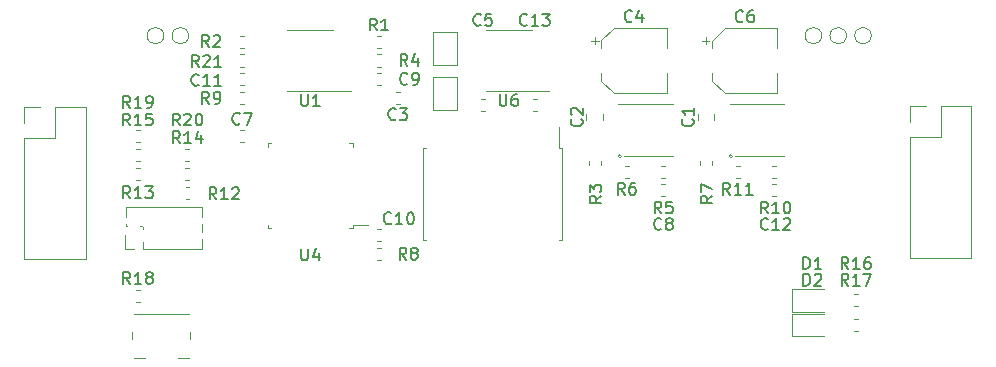
<source format=gbr>
G04 #@! TF.GenerationSoftware,KiCad,Pcbnew,5.1.5+dfsg1-2build2*
G04 #@! TF.CreationDate,2020-10-19T23:11:39-07:00*
G04 #@! TF.ProjectId,evc_seriously,6576635f-7365-4726-996f-75736c792e6b,rev?*
G04 #@! TF.SameCoordinates,Original*
G04 #@! TF.FileFunction,Legend,Top*
G04 #@! TF.FilePolarity,Positive*
%FSLAX46Y46*%
G04 Gerber Fmt 4.6, Leading zero omitted, Abs format (unit mm)*
G04 Created by KiCad (PCBNEW 5.1.5+dfsg1-2build2) date 2020-10-19 23:11:39*
%MOMM*%
%LPD*%
G04 APERTURE LIST*
%ADD10C,0.120000*%
%ADD11C,0.150000*%
G04 APERTURE END LIST*
D10*
X174115000Y-116000000D02*
X174115000Y-119860000D01*
X174115000Y-119860000D02*
X174360000Y-119860000D01*
X174115000Y-116000000D02*
X174115000Y-112140000D01*
X174115000Y-112140000D02*
X174360000Y-112140000D01*
X185885000Y-116000000D02*
X185885000Y-119860000D01*
X185885000Y-119860000D02*
X185640000Y-119860000D01*
X185885000Y-116000000D02*
X185885000Y-112140000D01*
X185885000Y-112140000D02*
X185640000Y-112140000D01*
X185640000Y-112140000D02*
X185640000Y-110325000D01*
X171849721Y-107390000D02*
X172175279Y-107390000D01*
X171849721Y-108410000D02*
X172175279Y-108410000D01*
X194768000Y-107460000D02*
X194768000Y-105760000D01*
X194768000Y-101940000D02*
X194768000Y-103640000D01*
X190312437Y-101940000D02*
X194768000Y-101940000D01*
X190312437Y-107460000D02*
X194768000Y-107460000D01*
X189248000Y-106395563D02*
X189248000Y-105760000D01*
X189248000Y-103004437D02*
X189248000Y-103640000D01*
X189248000Y-103004437D02*
X190312437Y-101940000D01*
X189248000Y-106395563D02*
X190312437Y-107460000D01*
X188383000Y-103015000D02*
X189008000Y-103015000D01*
X188695500Y-102702500D02*
X188695500Y-103327500D01*
X179037221Y-109010000D02*
X179362779Y-109010000D01*
X179037221Y-107990000D02*
X179362779Y-107990000D01*
X204160000Y-107464000D02*
X204160000Y-105764000D01*
X204160000Y-101944000D02*
X204160000Y-103644000D01*
X199704437Y-101944000D02*
X204160000Y-101944000D01*
X199704437Y-107464000D02*
X204160000Y-107464000D01*
X198640000Y-106399563D02*
X198640000Y-105764000D01*
X198640000Y-103008437D02*
X198640000Y-103644000D01*
X198640000Y-103008437D02*
X199704437Y-101944000D01*
X198640000Y-106399563D02*
X199704437Y-107464000D01*
X197775000Y-103019000D02*
X198400000Y-103019000D01*
X198087500Y-102706500D02*
X198087500Y-103331500D01*
X158637221Y-111610000D02*
X158962779Y-111610000D01*
X158637221Y-110590000D02*
X158962779Y-110590000D01*
X194662779Y-115190000D02*
X194337221Y-115190000D01*
X194662779Y-116210000D02*
X194337221Y-116210000D01*
X170562779Y-106810000D02*
X170237221Y-106810000D01*
X170562779Y-105790000D02*
X170237221Y-105790000D01*
X170562779Y-118990000D02*
X170237221Y-118990000D01*
X170562779Y-120010000D02*
X170237221Y-120010000D01*
X158962779Y-106810000D02*
X158637221Y-106810000D01*
X158962779Y-105790000D02*
X158637221Y-105790000D01*
X204062779Y-115190000D02*
X203737221Y-115190000D01*
X204062779Y-116210000D02*
X203737221Y-116210000D01*
X183762779Y-109010000D02*
X183437221Y-109010000D01*
X183762779Y-107990000D02*
X183437221Y-107990000D01*
X205415000Y-125960000D02*
X208100000Y-125960000D01*
X205415000Y-124040000D02*
X205415000Y-125960000D01*
X208100000Y-124040000D02*
X205415000Y-124040000D01*
X208100000Y-126140000D02*
X205415000Y-126140000D01*
X205415000Y-126140000D02*
X205415000Y-128060000D01*
X205415000Y-128060000D02*
X208100000Y-128060000D01*
X155435000Y-120630000D02*
X155435000Y-119807530D01*
X155435000Y-117922470D02*
X155435000Y-117100000D01*
X155435000Y-119192470D02*
X155435000Y-118537530D01*
X150420000Y-120630000D02*
X155435000Y-120630000D01*
X148965000Y-117100000D02*
X155435000Y-117100000D01*
X150420000Y-120630000D02*
X150420000Y-120063471D01*
X150420000Y-118936529D02*
X150420000Y-118793471D01*
X150366529Y-118740000D02*
X150223471Y-118740000D01*
X149096529Y-118740000D02*
X148965000Y-118740000D01*
X148965000Y-118740000D02*
X148965000Y-118537530D01*
X148965000Y-117922470D02*
X148965000Y-117100000D01*
X149660000Y-120630000D02*
X148900000Y-120630000D01*
X148900000Y-120630000D02*
X148900000Y-119500000D01*
X215380000Y-121410000D02*
X220580000Y-121410000D01*
X215380000Y-111190000D02*
X215380000Y-121410000D01*
X220580000Y-108590000D02*
X220580000Y-121410000D01*
X215380000Y-111190000D02*
X217980000Y-111190000D01*
X217980000Y-111190000D02*
X217980000Y-108590000D01*
X217980000Y-108590000D02*
X220580000Y-108590000D01*
X215380000Y-109920000D02*
X215380000Y-108590000D01*
X215380000Y-108590000D02*
X216710000Y-108590000D01*
X140402000Y-108670000D02*
X141732000Y-108670000D01*
X140402000Y-110000000D02*
X140402000Y-108670000D01*
X143002000Y-108670000D02*
X145602000Y-108670000D01*
X143002000Y-111270000D02*
X143002000Y-108670000D01*
X140402000Y-111270000D02*
X143002000Y-111270000D01*
X145602000Y-108670000D02*
X145602000Y-121490000D01*
X140402000Y-111270000D02*
X140402000Y-121490000D01*
X140402000Y-121490000D02*
X145602000Y-121490000D01*
X170562779Y-103610000D02*
X170237221Y-103610000D01*
X170562779Y-102590000D02*
X170237221Y-102590000D01*
X158962779Y-103610000D02*
X158637221Y-103610000D01*
X158962779Y-102590000D02*
X158637221Y-102590000D01*
X188190000Y-113237221D02*
X188190000Y-113562779D01*
X189210000Y-113237221D02*
X189210000Y-113562779D01*
X170562779Y-104190000D02*
X170237221Y-104190000D01*
X170562779Y-105210000D02*
X170237221Y-105210000D01*
X194337221Y-113592000D02*
X194662779Y-113592000D01*
X194337221Y-114612000D02*
X194662779Y-114612000D01*
X191224721Y-113590000D02*
X191550279Y-113590000D01*
X191224721Y-114610000D02*
X191550279Y-114610000D01*
X197590000Y-113562779D02*
X197590000Y-113237221D01*
X198610000Y-113562779D02*
X198610000Y-113237221D01*
X170237221Y-121610000D02*
X170562779Y-121610000D01*
X170237221Y-120590000D02*
X170562779Y-120590000D01*
X158637221Y-108410000D02*
X158962779Y-108410000D01*
X158637221Y-107390000D02*
X158962779Y-107390000D01*
X203737221Y-114612000D02*
X204062779Y-114612000D01*
X203737221Y-113592000D02*
X204062779Y-113592000D01*
X200624721Y-113590000D02*
X200950279Y-113590000D01*
X200624721Y-114610000D02*
X200950279Y-114610000D01*
X154049721Y-115390000D02*
X154375279Y-115390000D01*
X154049721Y-116410000D02*
X154375279Y-116410000D01*
X150162779Y-113790000D02*
X149837221Y-113790000D01*
X150162779Y-114810000D02*
X149837221Y-114810000D01*
X154362779Y-113790000D02*
X154037221Y-113790000D01*
X154362779Y-114810000D02*
X154037221Y-114810000D01*
X149824721Y-112190000D02*
X150150279Y-112190000D01*
X149824721Y-113210000D02*
X150150279Y-113210000D01*
X210637221Y-124490000D02*
X210962779Y-124490000D01*
X210637221Y-125510000D02*
X210962779Y-125510000D01*
X210637221Y-127610000D02*
X210962779Y-127610000D01*
X210637221Y-126590000D02*
X210962779Y-126590000D01*
X149837221Y-124090000D02*
X150162779Y-124090000D01*
X149837221Y-125110000D02*
X150162779Y-125110000D01*
X149849721Y-110590000D02*
X150175279Y-110590000D01*
X149849721Y-111610000D02*
X150175279Y-111610000D01*
X154037221Y-112190000D02*
X154362779Y-112190000D01*
X154037221Y-113210000D02*
X154362779Y-113210000D01*
X158962779Y-105210000D02*
X158637221Y-105210000D01*
X158962779Y-104190000D02*
X158637221Y-104190000D01*
X164600000Y-102140000D02*
X162650000Y-102140000D01*
X164600000Y-102140000D02*
X166550000Y-102140000D01*
X164600000Y-107260000D02*
X162650000Y-107260000D01*
X164600000Y-107260000D02*
X168050000Y-107260000D01*
X195300000Y-108400000D02*
X190700000Y-108400000D01*
X191200000Y-112800000D02*
X195300000Y-112800000D01*
X190960078Y-112800000D02*
G75*
G03X190960078Y-112800000I-160078J0D01*
G01*
X204700000Y-108400000D02*
X200100000Y-108400000D01*
X200600000Y-112800000D02*
X204700000Y-112800000D01*
X200360078Y-112800000D02*
G75*
G03X200360078Y-112800000I-160078J0D01*
G01*
X161290000Y-111690000D02*
X160990000Y-111690000D01*
X160990000Y-111690000D02*
X160990000Y-111990000D01*
X167910000Y-111690000D02*
X168210000Y-111690000D01*
X168210000Y-111690000D02*
X168210000Y-111990000D01*
X161290000Y-118910000D02*
X160990000Y-118910000D01*
X160990000Y-118910000D02*
X160990000Y-118610000D01*
X167910000Y-118910000D02*
X168210000Y-118910000D01*
X168210000Y-118910000D02*
X168210000Y-118610000D01*
X168210000Y-118610000D02*
X169525000Y-118610000D01*
X181400000Y-102140000D02*
X179450000Y-102140000D01*
X181400000Y-102140000D02*
X183350000Y-102140000D01*
X181400000Y-107260000D02*
X179450000Y-107260000D01*
X181400000Y-107260000D02*
X184850000Y-107260000D01*
X154300000Y-102600000D02*
G75*
G03X154300000Y-102600000I-700000J0D01*
G01*
X212100000Y-102600000D02*
G75*
G03X212100000Y-102600000I-700000J0D01*
G01*
X210000000Y-102600000D02*
G75*
G03X210000000Y-102600000I-700000J0D01*
G01*
X207900000Y-102600000D02*
G75*
G03X207900000Y-102600000I-700000J0D01*
G01*
X177022000Y-105100000D02*
X175022000Y-105100000D01*
X177022000Y-102300000D02*
X177022000Y-105100000D01*
X175022000Y-102300000D02*
X177022000Y-102300000D01*
X175022000Y-105100000D02*
X175022000Y-102300000D01*
X175022000Y-108879000D02*
X175022000Y-106079000D01*
X175022000Y-106079000D02*
X177022000Y-106079000D01*
X177022000Y-106079000D02*
X177022000Y-108879000D01*
X177022000Y-108879000D02*
X175022000Y-108879000D01*
X149650000Y-129850000D02*
X150575000Y-129850000D01*
X149650000Y-126150000D02*
X154350000Y-126150000D01*
X154450000Y-127725000D02*
X154450000Y-128275000D01*
X149550000Y-127725000D02*
X149550000Y-128275000D01*
X153425000Y-129850000D02*
X154350000Y-129850000D01*
X197390000Y-109241422D02*
X197390000Y-109758578D01*
X198810000Y-109241422D02*
X198810000Y-109758578D01*
X187990000Y-109203922D02*
X187990000Y-109721078D01*
X189410000Y-109203922D02*
X189410000Y-109721078D01*
X152200000Y-102600000D02*
G75*
G03X152200000Y-102600000I-700000J0D01*
G01*
D11*
X171845833Y-109657142D02*
X171798214Y-109704761D01*
X171655357Y-109752380D01*
X171560119Y-109752380D01*
X171417261Y-109704761D01*
X171322023Y-109609523D01*
X171274404Y-109514285D01*
X171226785Y-109323809D01*
X171226785Y-109180952D01*
X171274404Y-108990476D01*
X171322023Y-108895238D01*
X171417261Y-108800000D01*
X171560119Y-108752380D01*
X171655357Y-108752380D01*
X171798214Y-108800000D01*
X171845833Y-108847619D01*
X172179166Y-108752380D02*
X172798214Y-108752380D01*
X172464880Y-109133333D01*
X172607738Y-109133333D01*
X172702976Y-109180952D01*
X172750595Y-109228571D01*
X172798214Y-109323809D01*
X172798214Y-109561904D01*
X172750595Y-109657142D01*
X172702976Y-109704761D01*
X172607738Y-109752380D01*
X172322023Y-109752380D01*
X172226785Y-109704761D01*
X172179166Y-109657142D01*
X191841333Y-101357142D02*
X191793714Y-101404761D01*
X191650857Y-101452380D01*
X191555619Y-101452380D01*
X191412761Y-101404761D01*
X191317523Y-101309523D01*
X191269904Y-101214285D01*
X191222285Y-101023809D01*
X191222285Y-100880952D01*
X191269904Y-100690476D01*
X191317523Y-100595238D01*
X191412761Y-100500000D01*
X191555619Y-100452380D01*
X191650857Y-100452380D01*
X191793714Y-100500000D01*
X191841333Y-100547619D01*
X192698476Y-100785714D02*
X192698476Y-101452380D01*
X192460380Y-100404761D02*
X192222285Y-101119047D01*
X192841333Y-101119047D01*
X179033333Y-101657142D02*
X178985714Y-101704761D01*
X178842857Y-101752380D01*
X178747619Y-101752380D01*
X178604761Y-101704761D01*
X178509523Y-101609523D01*
X178461904Y-101514285D01*
X178414285Y-101323809D01*
X178414285Y-101180952D01*
X178461904Y-100990476D01*
X178509523Y-100895238D01*
X178604761Y-100800000D01*
X178747619Y-100752380D01*
X178842857Y-100752380D01*
X178985714Y-100800000D01*
X179033333Y-100847619D01*
X179938095Y-100752380D02*
X179461904Y-100752380D01*
X179414285Y-101228571D01*
X179461904Y-101180952D01*
X179557142Y-101133333D01*
X179795238Y-101133333D01*
X179890476Y-101180952D01*
X179938095Y-101228571D01*
X179985714Y-101323809D01*
X179985714Y-101561904D01*
X179938095Y-101657142D01*
X179890476Y-101704761D01*
X179795238Y-101752380D01*
X179557142Y-101752380D01*
X179461904Y-101704761D01*
X179414285Y-101657142D01*
X201233333Y-101361142D02*
X201185714Y-101408761D01*
X201042857Y-101456380D01*
X200947619Y-101456380D01*
X200804761Y-101408761D01*
X200709523Y-101313523D01*
X200661904Y-101218285D01*
X200614285Y-101027809D01*
X200614285Y-100884952D01*
X200661904Y-100694476D01*
X200709523Y-100599238D01*
X200804761Y-100504000D01*
X200947619Y-100456380D01*
X201042857Y-100456380D01*
X201185714Y-100504000D01*
X201233333Y-100551619D01*
X202090476Y-100456380D02*
X201900000Y-100456380D01*
X201804761Y-100504000D01*
X201757142Y-100551619D01*
X201661904Y-100694476D01*
X201614285Y-100884952D01*
X201614285Y-101265904D01*
X201661904Y-101361142D01*
X201709523Y-101408761D01*
X201804761Y-101456380D01*
X201995238Y-101456380D01*
X202090476Y-101408761D01*
X202138095Y-101361142D01*
X202185714Y-101265904D01*
X202185714Y-101027809D01*
X202138095Y-100932571D01*
X202090476Y-100884952D01*
X201995238Y-100837333D01*
X201804761Y-100837333D01*
X201709523Y-100884952D01*
X201661904Y-100932571D01*
X201614285Y-101027809D01*
X158633333Y-110027142D02*
X158585714Y-110074761D01*
X158442857Y-110122380D01*
X158347619Y-110122380D01*
X158204761Y-110074761D01*
X158109523Y-109979523D01*
X158061904Y-109884285D01*
X158014285Y-109693809D01*
X158014285Y-109550952D01*
X158061904Y-109360476D01*
X158109523Y-109265238D01*
X158204761Y-109170000D01*
X158347619Y-109122380D01*
X158442857Y-109122380D01*
X158585714Y-109170000D01*
X158633333Y-109217619D01*
X158966666Y-109122380D02*
X159633333Y-109122380D01*
X159204761Y-110122380D01*
X194333333Y-118957142D02*
X194285714Y-119004761D01*
X194142857Y-119052380D01*
X194047619Y-119052380D01*
X193904761Y-119004761D01*
X193809523Y-118909523D01*
X193761904Y-118814285D01*
X193714285Y-118623809D01*
X193714285Y-118480952D01*
X193761904Y-118290476D01*
X193809523Y-118195238D01*
X193904761Y-118100000D01*
X194047619Y-118052380D01*
X194142857Y-118052380D01*
X194285714Y-118100000D01*
X194333333Y-118147619D01*
X194904761Y-118480952D02*
X194809523Y-118433333D01*
X194761904Y-118385714D01*
X194714285Y-118290476D01*
X194714285Y-118242857D01*
X194761904Y-118147619D01*
X194809523Y-118100000D01*
X194904761Y-118052380D01*
X195095238Y-118052380D01*
X195190476Y-118100000D01*
X195238095Y-118147619D01*
X195285714Y-118242857D01*
X195285714Y-118290476D01*
X195238095Y-118385714D01*
X195190476Y-118433333D01*
X195095238Y-118480952D01*
X194904761Y-118480952D01*
X194809523Y-118528571D01*
X194761904Y-118576190D01*
X194714285Y-118671428D01*
X194714285Y-118861904D01*
X194761904Y-118957142D01*
X194809523Y-119004761D01*
X194904761Y-119052380D01*
X195095238Y-119052380D01*
X195190476Y-119004761D01*
X195238095Y-118957142D01*
X195285714Y-118861904D01*
X195285714Y-118671428D01*
X195238095Y-118576190D01*
X195190476Y-118528571D01*
X195095238Y-118480952D01*
X172833333Y-106657142D02*
X172785714Y-106704761D01*
X172642857Y-106752380D01*
X172547619Y-106752380D01*
X172404761Y-106704761D01*
X172309523Y-106609523D01*
X172261904Y-106514285D01*
X172214285Y-106323809D01*
X172214285Y-106180952D01*
X172261904Y-105990476D01*
X172309523Y-105895238D01*
X172404761Y-105800000D01*
X172547619Y-105752380D01*
X172642857Y-105752380D01*
X172785714Y-105800000D01*
X172833333Y-105847619D01*
X173309523Y-106752380D02*
X173500000Y-106752380D01*
X173595238Y-106704761D01*
X173642857Y-106657142D01*
X173738095Y-106514285D01*
X173785714Y-106323809D01*
X173785714Y-105942857D01*
X173738095Y-105847619D01*
X173690476Y-105800000D01*
X173595238Y-105752380D01*
X173404761Y-105752380D01*
X173309523Y-105800000D01*
X173261904Y-105847619D01*
X173214285Y-105942857D01*
X173214285Y-106180952D01*
X173261904Y-106276190D01*
X173309523Y-106323809D01*
X173404761Y-106371428D01*
X173595238Y-106371428D01*
X173690476Y-106323809D01*
X173738095Y-106276190D01*
X173785714Y-106180952D01*
X171457142Y-118457142D02*
X171409523Y-118504761D01*
X171266666Y-118552380D01*
X171171428Y-118552380D01*
X171028571Y-118504761D01*
X170933333Y-118409523D01*
X170885714Y-118314285D01*
X170838095Y-118123809D01*
X170838095Y-117980952D01*
X170885714Y-117790476D01*
X170933333Y-117695238D01*
X171028571Y-117600000D01*
X171171428Y-117552380D01*
X171266666Y-117552380D01*
X171409523Y-117600000D01*
X171457142Y-117647619D01*
X172409523Y-118552380D02*
X171838095Y-118552380D01*
X172123809Y-118552380D02*
X172123809Y-117552380D01*
X172028571Y-117695238D01*
X171933333Y-117790476D01*
X171838095Y-117838095D01*
X173028571Y-117552380D02*
X173123809Y-117552380D01*
X173219047Y-117600000D01*
X173266666Y-117647619D01*
X173314285Y-117742857D01*
X173361904Y-117933333D01*
X173361904Y-118171428D01*
X173314285Y-118361904D01*
X173266666Y-118457142D01*
X173219047Y-118504761D01*
X173123809Y-118552380D01*
X173028571Y-118552380D01*
X172933333Y-118504761D01*
X172885714Y-118457142D01*
X172838095Y-118361904D01*
X172790476Y-118171428D01*
X172790476Y-117933333D01*
X172838095Y-117742857D01*
X172885714Y-117647619D01*
X172933333Y-117600000D01*
X173028571Y-117552380D01*
X155157142Y-106757142D02*
X155109523Y-106804761D01*
X154966666Y-106852380D01*
X154871428Y-106852380D01*
X154728571Y-106804761D01*
X154633333Y-106709523D01*
X154585714Y-106614285D01*
X154538095Y-106423809D01*
X154538095Y-106280952D01*
X154585714Y-106090476D01*
X154633333Y-105995238D01*
X154728571Y-105900000D01*
X154871428Y-105852380D01*
X154966666Y-105852380D01*
X155109523Y-105900000D01*
X155157142Y-105947619D01*
X156109523Y-106852380D02*
X155538095Y-106852380D01*
X155823809Y-106852380D02*
X155823809Y-105852380D01*
X155728571Y-105995238D01*
X155633333Y-106090476D01*
X155538095Y-106138095D01*
X157061904Y-106852380D02*
X156490476Y-106852380D01*
X156776190Y-106852380D02*
X156776190Y-105852380D01*
X156680952Y-105995238D01*
X156585714Y-106090476D01*
X156490476Y-106138095D01*
X203357142Y-118957142D02*
X203309523Y-119004761D01*
X203166666Y-119052380D01*
X203071428Y-119052380D01*
X202928571Y-119004761D01*
X202833333Y-118909523D01*
X202785714Y-118814285D01*
X202738095Y-118623809D01*
X202738095Y-118480952D01*
X202785714Y-118290476D01*
X202833333Y-118195238D01*
X202928571Y-118100000D01*
X203071428Y-118052380D01*
X203166666Y-118052380D01*
X203309523Y-118100000D01*
X203357142Y-118147619D01*
X204309523Y-119052380D02*
X203738095Y-119052380D01*
X204023809Y-119052380D02*
X204023809Y-118052380D01*
X203928571Y-118195238D01*
X203833333Y-118290476D01*
X203738095Y-118338095D01*
X204690476Y-118147619D02*
X204738095Y-118100000D01*
X204833333Y-118052380D01*
X205071428Y-118052380D01*
X205166666Y-118100000D01*
X205214285Y-118147619D01*
X205261904Y-118242857D01*
X205261904Y-118338095D01*
X205214285Y-118480952D01*
X204642857Y-119052380D01*
X205261904Y-119052380D01*
X182957142Y-101657142D02*
X182909523Y-101704761D01*
X182766666Y-101752380D01*
X182671428Y-101752380D01*
X182528571Y-101704761D01*
X182433333Y-101609523D01*
X182385714Y-101514285D01*
X182338095Y-101323809D01*
X182338095Y-101180952D01*
X182385714Y-100990476D01*
X182433333Y-100895238D01*
X182528571Y-100800000D01*
X182671428Y-100752380D01*
X182766666Y-100752380D01*
X182909523Y-100800000D01*
X182957142Y-100847619D01*
X183909523Y-101752380D02*
X183338095Y-101752380D01*
X183623809Y-101752380D02*
X183623809Y-100752380D01*
X183528571Y-100895238D01*
X183433333Y-100990476D01*
X183338095Y-101038095D01*
X184242857Y-100752380D02*
X184861904Y-100752380D01*
X184528571Y-101133333D01*
X184671428Y-101133333D01*
X184766666Y-101180952D01*
X184814285Y-101228571D01*
X184861904Y-101323809D01*
X184861904Y-101561904D01*
X184814285Y-101657142D01*
X184766666Y-101704761D01*
X184671428Y-101752380D01*
X184385714Y-101752380D01*
X184290476Y-101704761D01*
X184242857Y-101657142D01*
X206361904Y-122352380D02*
X206361904Y-121352380D01*
X206600000Y-121352380D01*
X206742857Y-121400000D01*
X206838095Y-121495238D01*
X206885714Y-121590476D01*
X206933333Y-121780952D01*
X206933333Y-121923809D01*
X206885714Y-122114285D01*
X206838095Y-122209523D01*
X206742857Y-122304761D01*
X206600000Y-122352380D01*
X206361904Y-122352380D01*
X207885714Y-122352380D02*
X207314285Y-122352380D01*
X207600000Y-122352380D02*
X207600000Y-121352380D01*
X207504761Y-121495238D01*
X207409523Y-121590476D01*
X207314285Y-121638095D01*
X206361904Y-123752380D02*
X206361904Y-122752380D01*
X206600000Y-122752380D01*
X206742857Y-122800000D01*
X206838095Y-122895238D01*
X206885714Y-122990476D01*
X206933333Y-123180952D01*
X206933333Y-123323809D01*
X206885714Y-123514285D01*
X206838095Y-123609523D01*
X206742857Y-123704761D01*
X206600000Y-123752380D01*
X206361904Y-123752380D01*
X207314285Y-122847619D02*
X207361904Y-122800000D01*
X207457142Y-122752380D01*
X207695238Y-122752380D01*
X207790476Y-122800000D01*
X207838095Y-122847619D01*
X207885714Y-122942857D01*
X207885714Y-123038095D01*
X207838095Y-123180952D01*
X207266666Y-123752380D01*
X207885714Y-123752380D01*
X170233333Y-102152380D02*
X169900000Y-101676190D01*
X169661904Y-102152380D02*
X169661904Y-101152380D01*
X170042857Y-101152380D01*
X170138095Y-101200000D01*
X170185714Y-101247619D01*
X170233333Y-101342857D01*
X170233333Y-101485714D01*
X170185714Y-101580952D01*
X170138095Y-101628571D01*
X170042857Y-101676190D01*
X169661904Y-101676190D01*
X171185714Y-102152380D02*
X170614285Y-102152380D01*
X170900000Y-102152380D02*
X170900000Y-101152380D01*
X170804761Y-101295238D01*
X170709523Y-101390476D01*
X170614285Y-101438095D01*
X156033333Y-103552380D02*
X155700000Y-103076190D01*
X155461904Y-103552380D02*
X155461904Y-102552380D01*
X155842857Y-102552380D01*
X155938095Y-102600000D01*
X155985714Y-102647619D01*
X156033333Y-102742857D01*
X156033333Y-102885714D01*
X155985714Y-102980952D01*
X155938095Y-103028571D01*
X155842857Y-103076190D01*
X155461904Y-103076190D01*
X156414285Y-102647619D02*
X156461904Y-102600000D01*
X156557142Y-102552380D01*
X156795238Y-102552380D01*
X156890476Y-102600000D01*
X156938095Y-102647619D01*
X156985714Y-102742857D01*
X156985714Y-102838095D01*
X156938095Y-102980952D01*
X156366666Y-103552380D01*
X156985714Y-103552380D01*
X189252380Y-116166666D02*
X188776190Y-116500000D01*
X189252380Y-116738095D02*
X188252380Y-116738095D01*
X188252380Y-116357142D01*
X188300000Y-116261904D01*
X188347619Y-116214285D01*
X188442857Y-116166666D01*
X188585714Y-116166666D01*
X188680952Y-116214285D01*
X188728571Y-116261904D01*
X188776190Y-116357142D01*
X188776190Y-116738095D01*
X188252380Y-115833333D02*
X188252380Y-115214285D01*
X188633333Y-115547619D01*
X188633333Y-115404761D01*
X188680952Y-115309523D01*
X188728571Y-115261904D01*
X188823809Y-115214285D01*
X189061904Y-115214285D01*
X189157142Y-115261904D01*
X189204761Y-115309523D01*
X189252380Y-115404761D01*
X189252380Y-115690476D01*
X189204761Y-115785714D01*
X189157142Y-115833333D01*
X172833333Y-105152380D02*
X172500000Y-104676190D01*
X172261904Y-105152380D02*
X172261904Y-104152380D01*
X172642857Y-104152380D01*
X172738095Y-104200000D01*
X172785714Y-104247619D01*
X172833333Y-104342857D01*
X172833333Y-104485714D01*
X172785714Y-104580952D01*
X172738095Y-104628571D01*
X172642857Y-104676190D01*
X172261904Y-104676190D01*
X173690476Y-104485714D02*
X173690476Y-105152380D01*
X173452380Y-104104761D02*
X173214285Y-104819047D01*
X173833333Y-104819047D01*
X194333333Y-117652380D02*
X194000000Y-117176190D01*
X193761904Y-117652380D02*
X193761904Y-116652380D01*
X194142857Y-116652380D01*
X194238095Y-116700000D01*
X194285714Y-116747619D01*
X194333333Y-116842857D01*
X194333333Y-116985714D01*
X194285714Y-117080952D01*
X194238095Y-117128571D01*
X194142857Y-117176190D01*
X193761904Y-117176190D01*
X195238095Y-116652380D02*
X194761904Y-116652380D01*
X194714285Y-117128571D01*
X194761904Y-117080952D01*
X194857142Y-117033333D01*
X195095238Y-117033333D01*
X195190476Y-117080952D01*
X195238095Y-117128571D01*
X195285714Y-117223809D01*
X195285714Y-117461904D01*
X195238095Y-117557142D01*
X195190476Y-117604761D01*
X195095238Y-117652380D01*
X194857142Y-117652380D01*
X194761904Y-117604761D01*
X194714285Y-117557142D01*
X191220833Y-116052380D02*
X190887500Y-115576190D01*
X190649404Y-116052380D02*
X190649404Y-115052380D01*
X191030357Y-115052380D01*
X191125595Y-115100000D01*
X191173214Y-115147619D01*
X191220833Y-115242857D01*
X191220833Y-115385714D01*
X191173214Y-115480952D01*
X191125595Y-115528571D01*
X191030357Y-115576190D01*
X190649404Y-115576190D01*
X192077976Y-115052380D02*
X191887500Y-115052380D01*
X191792261Y-115100000D01*
X191744642Y-115147619D01*
X191649404Y-115290476D01*
X191601785Y-115480952D01*
X191601785Y-115861904D01*
X191649404Y-115957142D01*
X191697023Y-116004761D01*
X191792261Y-116052380D01*
X191982738Y-116052380D01*
X192077976Y-116004761D01*
X192125595Y-115957142D01*
X192173214Y-115861904D01*
X192173214Y-115623809D01*
X192125595Y-115528571D01*
X192077976Y-115480952D01*
X191982738Y-115433333D01*
X191792261Y-115433333D01*
X191697023Y-115480952D01*
X191649404Y-115528571D01*
X191601785Y-115623809D01*
X198652380Y-116166666D02*
X198176190Y-116500000D01*
X198652380Y-116738095D02*
X197652380Y-116738095D01*
X197652380Y-116357142D01*
X197700000Y-116261904D01*
X197747619Y-116214285D01*
X197842857Y-116166666D01*
X197985714Y-116166666D01*
X198080952Y-116214285D01*
X198128571Y-116261904D01*
X198176190Y-116357142D01*
X198176190Y-116738095D01*
X197652380Y-115833333D02*
X197652380Y-115166666D01*
X198652380Y-115595238D01*
X172733333Y-121552380D02*
X172400000Y-121076190D01*
X172161904Y-121552380D02*
X172161904Y-120552380D01*
X172542857Y-120552380D01*
X172638095Y-120600000D01*
X172685714Y-120647619D01*
X172733333Y-120742857D01*
X172733333Y-120885714D01*
X172685714Y-120980952D01*
X172638095Y-121028571D01*
X172542857Y-121076190D01*
X172161904Y-121076190D01*
X173304761Y-120980952D02*
X173209523Y-120933333D01*
X173161904Y-120885714D01*
X173114285Y-120790476D01*
X173114285Y-120742857D01*
X173161904Y-120647619D01*
X173209523Y-120600000D01*
X173304761Y-120552380D01*
X173495238Y-120552380D01*
X173590476Y-120600000D01*
X173638095Y-120647619D01*
X173685714Y-120742857D01*
X173685714Y-120790476D01*
X173638095Y-120885714D01*
X173590476Y-120933333D01*
X173495238Y-120980952D01*
X173304761Y-120980952D01*
X173209523Y-121028571D01*
X173161904Y-121076190D01*
X173114285Y-121171428D01*
X173114285Y-121361904D01*
X173161904Y-121457142D01*
X173209523Y-121504761D01*
X173304761Y-121552380D01*
X173495238Y-121552380D01*
X173590476Y-121504761D01*
X173638095Y-121457142D01*
X173685714Y-121361904D01*
X173685714Y-121171428D01*
X173638095Y-121076190D01*
X173590476Y-121028571D01*
X173495238Y-120980952D01*
X156033333Y-108352380D02*
X155700000Y-107876190D01*
X155461904Y-108352380D02*
X155461904Y-107352380D01*
X155842857Y-107352380D01*
X155938095Y-107400000D01*
X155985714Y-107447619D01*
X156033333Y-107542857D01*
X156033333Y-107685714D01*
X155985714Y-107780952D01*
X155938095Y-107828571D01*
X155842857Y-107876190D01*
X155461904Y-107876190D01*
X156509523Y-108352380D02*
X156700000Y-108352380D01*
X156795238Y-108304761D01*
X156842857Y-108257142D01*
X156938095Y-108114285D01*
X156985714Y-107923809D01*
X156985714Y-107542857D01*
X156938095Y-107447619D01*
X156890476Y-107400000D01*
X156795238Y-107352380D01*
X156604761Y-107352380D01*
X156509523Y-107400000D01*
X156461904Y-107447619D01*
X156414285Y-107542857D01*
X156414285Y-107780952D01*
X156461904Y-107876190D01*
X156509523Y-107923809D01*
X156604761Y-107971428D01*
X156795238Y-107971428D01*
X156890476Y-107923809D01*
X156938095Y-107876190D01*
X156985714Y-107780952D01*
X203357142Y-117652380D02*
X203023809Y-117176190D01*
X202785714Y-117652380D02*
X202785714Y-116652380D01*
X203166666Y-116652380D01*
X203261904Y-116700000D01*
X203309523Y-116747619D01*
X203357142Y-116842857D01*
X203357142Y-116985714D01*
X203309523Y-117080952D01*
X203261904Y-117128571D01*
X203166666Y-117176190D01*
X202785714Y-117176190D01*
X204309523Y-117652380D02*
X203738095Y-117652380D01*
X204023809Y-117652380D02*
X204023809Y-116652380D01*
X203928571Y-116795238D01*
X203833333Y-116890476D01*
X203738095Y-116938095D01*
X204928571Y-116652380D02*
X205023809Y-116652380D01*
X205119047Y-116700000D01*
X205166666Y-116747619D01*
X205214285Y-116842857D01*
X205261904Y-117033333D01*
X205261904Y-117271428D01*
X205214285Y-117461904D01*
X205166666Y-117557142D01*
X205119047Y-117604761D01*
X205023809Y-117652380D01*
X204928571Y-117652380D01*
X204833333Y-117604761D01*
X204785714Y-117557142D01*
X204738095Y-117461904D01*
X204690476Y-117271428D01*
X204690476Y-117033333D01*
X204738095Y-116842857D01*
X204785714Y-116747619D01*
X204833333Y-116700000D01*
X204928571Y-116652380D01*
X200144642Y-116052380D02*
X199811309Y-115576190D01*
X199573214Y-116052380D02*
X199573214Y-115052380D01*
X199954166Y-115052380D01*
X200049404Y-115100000D01*
X200097023Y-115147619D01*
X200144642Y-115242857D01*
X200144642Y-115385714D01*
X200097023Y-115480952D01*
X200049404Y-115528571D01*
X199954166Y-115576190D01*
X199573214Y-115576190D01*
X201097023Y-116052380D02*
X200525595Y-116052380D01*
X200811309Y-116052380D02*
X200811309Y-115052380D01*
X200716071Y-115195238D01*
X200620833Y-115290476D01*
X200525595Y-115338095D01*
X202049404Y-116052380D02*
X201477976Y-116052380D01*
X201763690Y-116052380D02*
X201763690Y-115052380D01*
X201668452Y-115195238D01*
X201573214Y-115290476D01*
X201477976Y-115338095D01*
X156657142Y-116452380D02*
X156323809Y-115976190D01*
X156085714Y-116452380D02*
X156085714Y-115452380D01*
X156466666Y-115452380D01*
X156561904Y-115500000D01*
X156609523Y-115547619D01*
X156657142Y-115642857D01*
X156657142Y-115785714D01*
X156609523Y-115880952D01*
X156561904Y-115928571D01*
X156466666Y-115976190D01*
X156085714Y-115976190D01*
X157609523Y-116452380D02*
X157038095Y-116452380D01*
X157323809Y-116452380D02*
X157323809Y-115452380D01*
X157228571Y-115595238D01*
X157133333Y-115690476D01*
X157038095Y-115738095D01*
X157990476Y-115547619D02*
X158038095Y-115500000D01*
X158133333Y-115452380D01*
X158371428Y-115452380D01*
X158466666Y-115500000D01*
X158514285Y-115547619D01*
X158561904Y-115642857D01*
X158561904Y-115738095D01*
X158514285Y-115880952D01*
X157942857Y-116452380D01*
X158561904Y-116452380D01*
X149357142Y-116352380D02*
X149023809Y-115876190D01*
X148785714Y-116352380D02*
X148785714Y-115352380D01*
X149166666Y-115352380D01*
X149261904Y-115400000D01*
X149309523Y-115447619D01*
X149357142Y-115542857D01*
X149357142Y-115685714D01*
X149309523Y-115780952D01*
X149261904Y-115828571D01*
X149166666Y-115876190D01*
X148785714Y-115876190D01*
X150309523Y-116352380D02*
X149738095Y-116352380D01*
X150023809Y-116352380D02*
X150023809Y-115352380D01*
X149928571Y-115495238D01*
X149833333Y-115590476D01*
X149738095Y-115638095D01*
X150642857Y-115352380D02*
X151261904Y-115352380D01*
X150928571Y-115733333D01*
X151071428Y-115733333D01*
X151166666Y-115780952D01*
X151214285Y-115828571D01*
X151261904Y-115923809D01*
X151261904Y-116161904D01*
X151214285Y-116257142D01*
X151166666Y-116304761D01*
X151071428Y-116352380D01*
X150785714Y-116352380D01*
X150690476Y-116304761D01*
X150642857Y-116257142D01*
X153557142Y-111702380D02*
X153223809Y-111226190D01*
X152985714Y-111702380D02*
X152985714Y-110702380D01*
X153366666Y-110702380D01*
X153461904Y-110750000D01*
X153509523Y-110797619D01*
X153557142Y-110892857D01*
X153557142Y-111035714D01*
X153509523Y-111130952D01*
X153461904Y-111178571D01*
X153366666Y-111226190D01*
X152985714Y-111226190D01*
X154509523Y-111702380D02*
X153938095Y-111702380D01*
X154223809Y-111702380D02*
X154223809Y-110702380D01*
X154128571Y-110845238D01*
X154033333Y-110940476D01*
X153938095Y-110988095D01*
X155366666Y-111035714D02*
X155366666Y-111702380D01*
X155128571Y-110654761D02*
X154890476Y-111369047D01*
X155509523Y-111369047D01*
X149344642Y-110202380D02*
X149011309Y-109726190D01*
X148773214Y-110202380D02*
X148773214Y-109202380D01*
X149154166Y-109202380D01*
X149249404Y-109250000D01*
X149297023Y-109297619D01*
X149344642Y-109392857D01*
X149344642Y-109535714D01*
X149297023Y-109630952D01*
X149249404Y-109678571D01*
X149154166Y-109726190D01*
X148773214Y-109726190D01*
X150297023Y-110202380D02*
X149725595Y-110202380D01*
X150011309Y-110202380D02*
X150011309Y-109202380D01*
X149916071Y-109345238D01*
X149820833Y-109440476D01*
X149725595Y-109488095D01*
X151201785Y-109202380D02*
X150725595Y-109202380D01*
X150677976Y-109678571D01*
X150725595Y-109630952D01*
X150820833Y-109583333D01*
X151058928Y-109583333D01*
X151154166Y-109630952D01*
X151201785Y-109678571D01*
X151249404Y-109773809D01*
X151249404Y-110011904D01*
X151201785Y-110107142D01*
X151154166Y-110154761D01*
X151058928Y-110202380D01*
X150820833Y-110202380D01*
X150725595Y-110154761D01*
X150677976Y-110107142D01*
X210157142Y-122352380D02*
X209823809Y-121876190D01*
X209585714Y-122352380D02*
X209585714Y-121352380D01*
X209966666Y-121352380D01*
X210061904Y-121400000D01*
X210109523Y-121447619D01*
X210157142Y-121542857D01*
X210157142Y-121685714D01*
X210109523Y-121780952D01*
X210061904Y-121828571D01*
X209966666Y-121876190D01*
X209585714Y-121876190D01*
X211109523Y-122352380D02*
X210538095Y-122352380D01*
X210823809Y-122352380D02*
X210823809Y-121352380D01*
X210728571Y-121495238D01*
X210633333Y-121590476D01*
X210538095Y-121638095D01*
X211966666Y-121352380D02*
X211776190Y-121352380D01*
X211680952Y-121400000D01*
X211633333Y-121447619D01*
X211538095Y-121590476D01*
X211490476Y-121780952D01*
X211490476Y-122161904D01*
X211538095Y-122257142D01*
X211585714Y-122304761D01*
X211680952Y-122352380D01*
X211871428Y-122352380D01*
X211966666Y-122304761D01*
X212014285Y-122257142D01*
X212061904Y-122161904D01*
X212061904Y-121923809D01*
X212014285Y-121828571D01*
X211966666Y-121780952D01*
X211871428Y-121733333D01*
X211680952Y-121733333D01*
X211585714Y-121780952D01*
X211538095Y-121828571D01*
X211490476Y-121923809D01*
X210157142Y-123752380D02*
X209823809Y-123276190D01*
X209585714Y-123752380D02*
X209585714Y-122752380D01*
X209966666Y-122752380D01*
X210061904Y-122800000D01*
X210109523Y-122847619D01*
X210157142Y-122942857D01*
X210157142Y-123085714D01*
X210109523Y-123180952D01*
X210061904Y-123228571D01*
X209966666Y-123276190D01*
X209585714Y-123276190D01*
X211109523Y-123752380D02*
X210538095Y-123752380D01*
X210823809Y-123752380D02*
X210823809Y-122752380D01*
X210728571Y-122895238D01*
X210633333Y-122990476D01*
X210538095Y-123038095D01*
X211442857Y-122752380D02*
X212109523Y-122752380D01*
X211680952Y-123752380D01*
X149357142Y-123622380D02*
X149023809Y-123146190D01*
X148785714Y-123622380D02*
X148785714Y-122622380D01*
X149166666Y-122622380D01*
X149261904Y-122670000D01*
X149309523Y-122717619D01*
X149357142Y-122812857D01*
X149357142Y-122955714D01*
X149309523Y-123050952D01*
X149261904Y-123098571D01*
X149166666Y-123146190D01*
X148785714Y-123146190D01*
X150309523Y-123622380D02*
X149738095Y-123622380D01*
X150023809Y-123622380D02*
X150023809Y-122622380D01*
X149928571Y-122765238D01*
X149833333Y-122860476D01*
X149738095Y-122908095D01*
X150880952Y-123050952D02*
X150785714Y-123003333D01*
X150738095Y-122955714D01*
X150690476Y-122860476D01*
X150690476Y-122812857D01*
X150738095Y-122717619D01*
X150785714Y-122670000D01*
X150880952Y-122622380D01*
X151071428Y-122622380D01*
X151166666Y-122670000D01*
X151214285Y-122717619D01*
X151261904Y-122812857D01*
X151261904Y-122860476D01*
X151214285Y-122955714D01*
X151166666Y-123003333D01*
X151071428Y-123050952D01*
X150880952Y-123050952D01*
X150785714Y-123098571D01*
X150738095Y-123146190D01*
X150690476Y-123241428D01*
X150690476Y-123431904D01*
X150738095Y-123527142D01*
X150785714Y-123574761D01*
X150880952Y-123622380D01*
X151071428Y-123622380D01*
X151166666Y-123574761D01*
X151214285Y-123527142D01*
X151261904Y-123431904D01*
X151261904Y-123241428D01*
X151214285Y-123146190D01*
X151166666Y-123098571D01*
X151071428Y-123050952D01*
X149357142Y-108702380D02*
X149023809Y-108226190D01*
X148785714Y-108702380D02*
X148785714Y-107702380D01*
X149166666Y-107702380D01*
X149261904Y-107750000D01*
X149309523Y-107797619D01*
X149357142Y-107892857D01*
X149357142Y-108035714D01*
X149309523Y-108130952D01*
X149261904Y-108178571D01*
X149166666Y-108226190D01*
X148785714Y-108226190D01*
X150309523Y-108702380D02*
X149738095Y-108702380D01*
X150023809Y-108702380D02*
X150023809Y-107702380D01*
X149928571Y-107845238D01*
X149833333Y-107940476D01*
X149738095Y-107988095D01*
X150785714Y-108702380D02*
X150976190Y-108702380D01*
X151071428Y-108654761D01*
X151119047Y-108607142D01*
X151214285Y-108464285D01*
X151261904Y-108273809D01*
X151261904Y-107892857D01*
X151214285Y-107797619D01*
X151166666Y-107750000D01*
X151071428Y-107702380D01*
X150880952Y-107702380D01*
X150785714Y-107750000D01*
X150738095Y-107797619D01*
X150690476Y-107892857D01*
X150690476Y-108130952D01*
X150738095Y-108226190D01*
X150785714Y-108273809D01*
X150880952Y-108321428D01*
X151071428Y-108321428D01*
X151166666Y-108273809D01*
X151214285Y-108226190D01*
X151261904Y-108130952D01*
X153557142Y-110202380D02*
X153223809Y-109726190D01*
X152985714Y-110202380D02*
X152985714Y-109202380D01*
X153366666Y-109202380D01*
X153461904Y-109250000D01*
X153509523Y-109297619D01*
X153557142Y-109392857D01*
X153557142Y-109535714D01*
X153509523Y-109630952D01*
X153461904Y-109678571D01*
X153366666Y-109726190D01*
X152985714Y-109726190D01*
X153938095Y-109297619D02*
X153985714Y-109250000D01*
X154080952Y-109202380D01*
X154319047Y-109202380D01*
X154414285Y-109250000D01*
X154461904Y-109297619D01*
X154509523Y-109392857D01*
X154509523Y-109488095D01*
X154461904Y-109630952D01*
X153890476Y-110202380D01*
X154509523Y-110202380D01*
X155128571Y-109202380D02*
X155223809Y-109202380D01*
X155319047Y-109250000D01*
X155366666Y-109297619D01*
X155414285Y-109392857D01*
X155461904Y-109583333D01*
X155461904Y-109821428D01*
X155414285Y-110011904D01*
X155366666Y-110107142D01*
X155319047Y-110154761D01*
X155223809Y-110202380D01*
X155128571Y-110202380D01*
X155033333Y-110154761D01*
X154985714Y-110107142D01*
X154938095Y-110011904D01*
X154890476Y-109821428D01*
X154890476Y-109583333D01*
X154938095Y-109392857D01*
X154985714Y-109297619D01*
X155033333Y-109250000D01*
X155128571Y-109202380D01*
X155157142Y-105252380D02*
X154823809Y-104776190D01*
X154585714Y-105252380D02*
X154585714Y-104252380D01*
X154966666Y-104252380D01*
X155061904Y-104300000D01*
X155109523Y-104347619D01*
X155157142Y-104442857D01*
X155157142Y-104585714D01*
X155109523Y-104680952D01*
X155061904Y-104728571D01*
X154966666Y-104776190D01*
X154585714Y-104776190D01*
X155538095Y-104347619D02*
X155585714Y-104300000D01*
X155680952Y-104252380D01*
X155919047Y-104252380D01*
X156014285Y-104300000D01*
X156061904Y-104347619D01*
X156109523Y-104442857D01*
X156109523Y-104538095D01*
X156061904Y-104680952D01*
X155490476Y-105252380D01*
X156109523Y-105252380D01*
X157061904Y-105252380D02*
X156490476Y-105252380D01*
X156776190Y-105252380D02*
X156776190Y-104252380D01*
X156680952Y-104395238D01*
X156585714Y-104490476D01*
X156490476Y-104538095D01*
X163838095Y-107552380D02*
X163838095Y-108361904D01*
X163885714Y-108457142D01*
X163933333Y-108504761D01*
X164028571Y-108552380D01*
X164219047Y-108552380D01*
X164314285Y-108504761D01*
X164361904Y-108457142D01*
X164409523Y-108361904D01*
X164409523Y-107552380D01*
X165409523Y-108552380D02*
X164838095Y-108552380D01*
X165123809Y-108552380D02*
X165123809Y-107552380D01*
X165028571Y-107695238D01*
X164933333Y-107790476D01*
X164838095Y-107838095D01*
X163838095Y-120632380D02*
X163838095Y-121441904D01*
X163885714Y-121537142D01*
X163933333Y-121584761D01*
X164028571Y-121632380D01*
X164219047Y-121632380D01*
X164314285Y-121584761D01*
X164361904Y-121537142D01*
X164409523Y-121441904D01*
X164409523Y-120632380D01*
X165314285Y-120965714D02*
X165314285Y-121632380D01*
X165076190Y-120584761D02*
X164838095Y-121299047D01*
X165457142Y-121299047D01*
X180638095Y-107552380D02*
X180638095Y-108361904D01*
X180685714Y-108457142D01*
X180733333Y-108504761D01*
X180828571Y-108552380D01*
X181019047Y-108552380D01*
X181114285Y-108504761D01*
X181161904Y-108457142D01*
X181209523Y-108361904D01*
X181209523Y-107552380D01*
X182114285Y-107552380D02*
X181923809Y-107552380D01*
X181828571Y-107600000D01*
X181780952Y-107647619D01*
X181685714Y-107790476D01*
X181638095Y-107980952D01*
X181638095Y-108361904D01*
X181685714Y-108457142D01*
X181733333Y-108504761D01*
X181828571Y-108552380D01*
X182019047Y-108552380D01*
X182114285Y-108504761D01*
X182161904Y-108457142D01*
X182209523Y-108361904D01*
X182209523Y-108123809D01*
X182161904Y-108028571D01*
X182114285Y-107980952D01*
X182019047Y-107933333D01*
X181828571Y-107933333D01*
X181733333Y-107980952D01*
X181685714Y-108028571D01*
X181638095Y-108123809D01*
X196957142Y-109666666D02*
X197004761Y-109714285D01*
X197052380Y-109857142D01*
X197052380Y-109952380D01*
X197004761Y-110095238D01*
X196909523Y-110190476D01*
X196814285Y-110238095D01*
X196623809Y-110285714D01*
X196480952Y-110285714D01*
X196290476Y-110238095D01*
X196195238Y-110190476D01*
X196100000Y-110095238D01*
X196052380Y-109952380D01*
X196052380Y-109857142D01*
X196100000Y-109714285D01*
X196147619Y-109666666D01*
X197052380Y-108714285D02*
X197052380Y-109285714D01*
X197052380Y-109000000D02*
X196052380Y-109000000D01*
X196195238Y-109095238D01*
X196290476Y-109190476D01*
X196338095Y-109285714D01*
X187557142Y-109666666D02*
X187604761Y-109714285D01*
X187652380Y-109857142D01*
X187652380Y-109952380D01*
X187604761Y-110095238D01*
X187509523Y-110190476D01*
X187414285Y-110238095D01*
X187223809Y-110285714D01*
X187080952Y-110285714D01*
X186890476Y-110238095D01*
X186795238Y-110190476D01*
X186700000Y-110095238D01*
X186652380Y-109952380D01*
X186652380Y-109857142D01*
X186700000Y-109714285D01*
X186747619Y-109666666D01*
X186747619Y-109285714D02*
X186700000Y-109238095D01*
X186652380Y-109142857D01*
X186652380Y-108904761D01*
X186700000Y-108809523D01*
X186747619Y-108761904D01*
X186842857Y-108714285D01*
X186938095Y-108714285D01*
X187080952Y-108761904D01*
X187652380Y-109333333D01*
X187652380Y-108714285D01*
M02*

</source>
